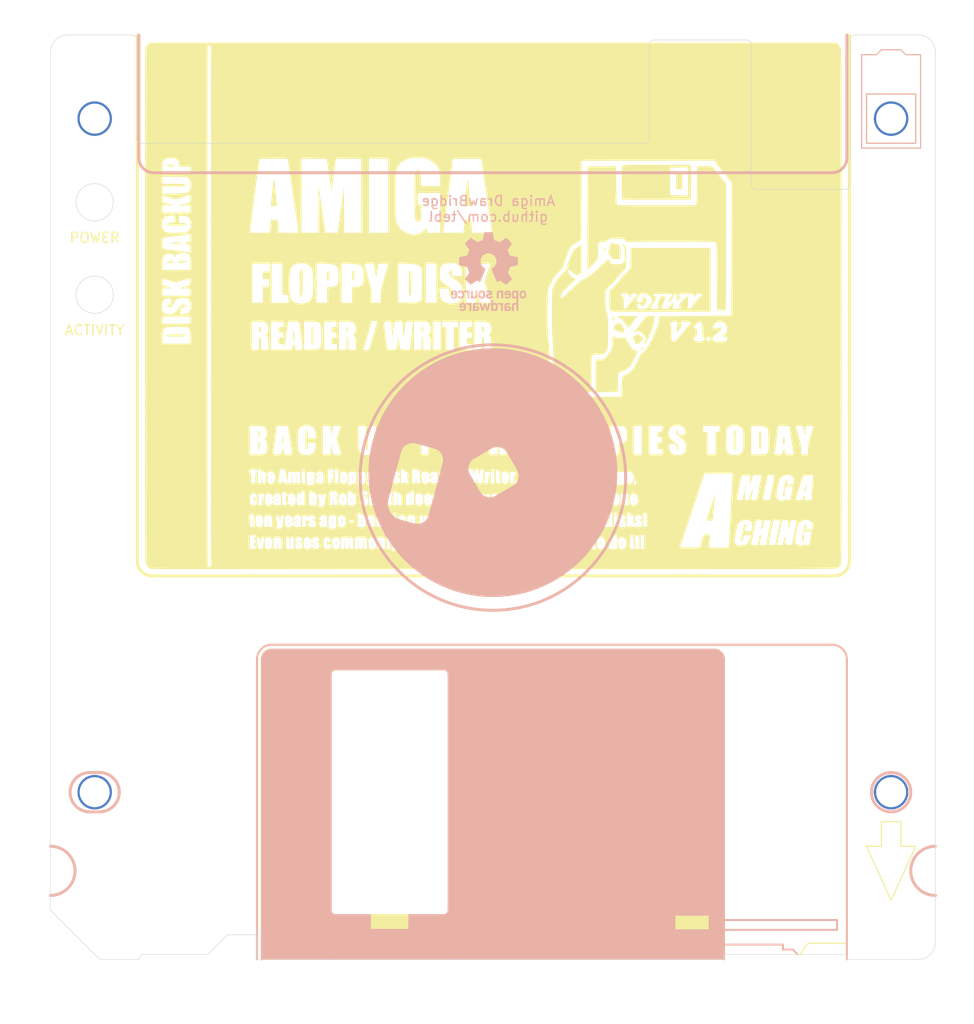
<source format=kicad_pcb>
(kicad_pcb (version 20171130) (host pcbnew "(5.1.8)-1")
  (layers (0 F.Cu signal) (31 B.Cu signal) (34 B.Paste user) (35 F.Paste user) (36 B.SilkS user) (37 F.SilkS user) (38 B.Mask user) (39 F.Mask user) (44 Edge.Cuts user))
  (net 0 "")
  (net 1 GND)
  (module artwork:magazine_label_cropped (layer F.Cu) (at 153.035 82.55)
    (fp_text reference G*** hide)
    (fp_text value LOGO hide)
  )
  (module Symbol:OSHW-Logo_7.5x8mm_SilkScreen (layer B.Cu) (at 152.562 79.048 180)
    (fp_text reference REF** hide)
    (fp_text value OSHW-Logo_7.5x8mm_SilkScreen hide)
  )
  (module mounting:M3_pin (layer F.Cu) (at 112.5 132)
    (fp_text reference M1 hide)
    (fp_text value Mounting hide)
    (pad 1 thru_hole circle (at 0 0) (size 3.5 3.5) (drill 3.048) (layers *.Cu *.Mask))
  )
  (module mounting:M3_pin (layer F.Cu) (at 193.5 132)
    (fp_text reference M2 hide)
    (fp_text value Mounting hide)
    (pad 1 thru_hole circle (at 0 0) (size 3.5 3.5) (drill 3.048) (layers *.Cu *.Mask))
  )
  (module mounting:M3_pin (layer F.Cu) (at 193.5 63.5)
    (fp_text reference M3 hide)
    (fp_text value Mounting hide)
    (pad 1 thru_hole circle (at 0 0) (size 3.5 3.5) (drill 3.048) (layers *.Cu *.Mask))
  )
  (module mounting:M3_pin (layer F.Cu) (at 112.5 63.5)
    (fp_text reference M4 hide)
    (fp_text value Mounting hide)
    (pad 1 thru_hole circle (at 0 0) (size 3.5 3.5) (drill 3.048) (layers *.Cu *.Mask))
  )
  (gr_text 1 (at 171.45 59.69) (layer F.SilkS) (effects (font (size 1 1))))
  (gr_line (start 170.265 60.2) (end 170.265 59.2) (layer F.SilkS) (width 0.12))
  (gr_line (start 169.365 59.7) (end 170.265 60.2) (layer F.SilkS) (width 0.12))
  (gr_line (start 169.365 59.7) (end 170.265 59.2) (layer F.SilkS) (width 0.12))
  (gr_line (start 188.8 70.7) (end 179.8 70.7) (layer Edge.Cuts) (width 0.05))
  (gr_line (start 189.3 55.5) (end 189.3 70.2) (layer Edge.Cuts) (width 0.05))
  (gr_arc (start 188.8 70.2) (end 188.8 70.7) (angle -90) (layer Edge.Cuts) (width 0.05))
  (gr_line (start 179.3 70.2) (end 179.3 56) (layer Edge.Cuts) (width 0.05))
  (gr_arc (start 179.8 70.2) (end 179.3 70.2) (angle -90) (layer Edge.Cuts) (width 0.05))
  (gr_arc (start 178.8 56) (end 179.3 56) (angle -90) (layer Edge.Cuts) (width 0.05))
  (gr_arc (start 169.4 56) (end 169.4 55.5) (angle -90) (layer Edge.Cuts) (width 0.05))
  (gr_line (start 168.9 56) (end 168.9 65.5) (layer Edge.Cuts) (width 0.05))
  (gr_line (start 178.8 55.5) (end 169.4 55.5) (layer Edge.Cuts) (width 0.05))
  (gr_arc (start 168.4 65.5) (end 168.4 66) (angle -90) (layer Edge.Cuts) (width 0.05))
  (gr_arc (start 117.3 65.5) (end 116.8 65.5) (angle -90) (layer Edge.Cuts) (width 0.05))
  (gr_line (start 117.3 66) (end 168.4 66) (layer Edge.Cuts) (width 0.05))
  (gr_circle (center 112.5 81.407) (end 114.4 81.407) (layer Edge.Cuts) (width 0.05))
  (gr_circle (center 112.5 72.009) (end 114.4 72.009) (layer Edge.Cuts) (width 0.05))
  (gr_arc (start 196.3 147.3) (end 196.3 149) (angle -90) (layer Edge.Cuts) (width 0.05))
  (gr_arc (start 196.3 56.7) (end 198 56.7) (angle -90) (layer Edge.Cuts) (width 0.05))
  (gr_text ACTIVITY (at 112.5 85.007) (layer F.SilkS) (effects (font (size 1 1))))
  (gr_text POWER (at 112.5 75.609) (layer F.SilkS) (effects (font (size 1 1))))
  (gr_text "Amiga DrawBridge\ngithub.com/tebl" (at 152.527 72.668) (layer B.SilkS) (effects (font (size 1 1)) (justify mirror)))
  (gr_line (start 116.84 88.265) (end 116.84 108.5) (layer F.SilkS) (width 0.3))
  (gr_line (start 196 61) (end 191 61) (layer F.SilkS) (width 0.12))
  (gr_line (start 191 61) (end 191 66) (layer B.SilkS) (width 0.12))
  (gr_line (start 196 61) (end 191 61) (layer B.SilkS) (width 0.12))
  (gr_line (start 196 66) (end 196 61) (layer B.SilkS) (width 0.12))
  (gr_line (start 191 66) (end 191 61) (layer F.SilkS) (width 0.12))
  (gr_line (start 191 66) (end 196 66) (layer B.SilkS) (width 0.12))
  (gr_line (start 196 61) (end 196 66) (layer F.SilkS) (width 0.12))
  (gr_line (start 196 66) (end 191 66) (layer F.SilkS) (width 0.12))
  (gr_poly (pts (xy 155.7 87.3) (xy 157.8 87.9) (xy 159.5 88.8) (xy 161.3 90.1) (xy 162.4 91.3) (xy 163.1 92.1) (xy 163.8 93.2) (xy 164.2 94) (xy 147.1 88.5) (xy 148.4 87.9) (xy 150.3 87.3) (xy 152 87) (xy 153.6 87)) (layer B.SilkS) (width 0.1))
  (gr_poly (pts (xy 150.5 98.7) (xy 150.4 99.1) (xy 150.5 99.4) (xy 150.615185 99.711237) (xy 150.8 100) (xy 147.6 100) (xy 147.953637 98.530233) (xy 148 98.2) (xy 150.8 98.2)) (layer B.SilkS) (width 0.1))
  (gr_poly (pts (xy 164.2 94) (xy 165.1 96.3) (xy 165.5 98.9) (xy 165.3 101.7) (xy 164.8 103.7) (xy 146.530132 103.842824) (xy 146.7 103.2) (xy 147.2 101.4) (xy 147.6 100) (xy 150.8 100) (xy 151.615185 101.443288) (xy 151.9 101.8) (xy 152.3 102) (xy 152.8 102.1) (xy 153.1 102) (xy 153.5 101.8) (xy 155.2 100.8) (xy 155.4 100.6) (xy 155.6 100.3) (xy 155.7 99.8) (xy 155.6 99.4) (xy 155.3 98.8) (xy 154.4 97.3) (xy 154.1 97) (xy 153.5 96.8) (xy 153 96.9) (xy 150.8 98.2) (xy 148 98.2) (xy 147.9 97.7) (xy 147.8 97.5) (xy 147.5 97.2) (xy 147.069753 96.999301) (xy 147.1 88.5)) (layer B.SilkS) (width 0.1))
  (gr_poly (pts (xy 143.2 98.9) (xy 142.312875 102.195177) (xy 142.2 102.7) (xy 142.5 103.6) (xy 142.8 103.9) (xy 143.2 104.2) (xy 143.8 104.4) (xy 144.9 104.7) (xy 145.3 104.8) (xy 145.8 104.7) (xy 146.1 104.5) (xy 146.4 104.2) (xy 146.530132 103.842824) (xy 164.8 103.7) (xy 163.8 105.7) (xy 162.6 107.5) (xy 161.4 108.7) (xy 160 109.9) (xy 158.5 110.7) (xy 157.4 111.2) (xy 155.7 111.7) (xy 154.4 111.9) (xy 152.8 112) (xy 151.2 111.9) (xy 149.7 111.6) (xy 148.1 111) (xy 146.7 110.3) (xy 145.1 109.2) (xy 143.7 107.9) (xy 142.7 106.6) (xy 141.8 105.1) (xy 141.2 103.6) (xy 140.7 102) (xy 140.5 100.6) (xy 140.5 98.9) (xy 140.7 97.4) (xy 143.6 97.4)) (layer B.SilkS) (width 0.1))
  (gr_poly (pts (xy 147.069753 96.999301) (xy 145.3 96.5) (xy 144.8 96.4) (xy 144.2 96.6) (xy 143.8 96.9) (xy 143.60697 97.365549) (xy 143.6 97.4) (xy 140.7 97.4) (xy 141.2 95.4) (xy 141.9 93.8) (xy 142.9 92.2) (xy 143.6 91.3) (xy 145.8 89.3) (xy 147.1 88.5)) (layer B.SilkS) (width 0.1))
  (gr_poly (pts (xy 176 117.6) (xy 176.4 118) (xy 176.5 118.5) (xy 176.5 144.5) (xy 171.5 144.5) (xy 171.5 146) (xy 148.5 146) (xy 148.5 120) (xy 148.7 117.5) (xy 175.5 117.5)) (layer B.SilkS) (width 0.1))
  (gr_poly (pts (xy 148.7 120) (xy 148.5 120) (xy 148.5 119.8) (xy 148.3 119.6) (xy 148 119.5) (xy 136.8 119.5) (xy 136.6 119.7) (xy 136.5 120) (xy 136.5 144.1) (xy 136.7 144.4) (xy 137 144.5) (xy 140.5 144.5) (xy 140.5 146) (xy 144.5 146) (xy 144.5 144.5) (xy 148.2 144.5) (xy 148.4 144.3) (xy 148.5 144) (xy 148.5 146) (xy 175 146) (xy 175 144.5) (xy 176.5 144.5) (xy 176.5 149) (xy 129.5 149) (xy 129.5 118.3) (xy 129.6 118.1) (xy 129.8 117.8) (xy 130.1 117.6) (xy 130.5 117.5) (xy 148.7 117.5)) (layer B.SilkS) (width 0.1))
  (gr_poly (pts (xy 175.9 117.6) (xy 176.2 117.8) (xy 176.4 118.1) (xy 176.5 118.5) (xy 176.5 149) (xy 171.5 149) (xy 171.5 148.5) (xy 168.5 148.5) (xy 168.5 149) (xy 149.5 149) (xy 149.5 117.5) (xy 175.5 117.5)) (layer F.SilkS) (width 0.1))
  (gr_poly (pts (xy 149.5 149) (xy 137 149) (xy 137 144.5) (xy 148 144.5) (xy 148.3 144.4) (xy 148.5 144.2) (xy 148.5 120) (xy 148.4 119.7) (xy 148.2 119.5) (xy 137 119.5) (xy 137 117.5) (xy 149.5 117.5)) (layer F.SilkS) (width 0.1))
  (gr_poly (pts (xy 136.6 144.3) (xy 136.8 144.5) (xy 137 144.5) (xy 137 149) (xy 136.5 149) (xy 136.5 144)) (layer F.SilkS) (width 0.1))
  (gr_poly (pts (xy 137 119.5) (xy 136.8 119.5) (xy 136.6 119.7) (xy 136.5 120) (xy 136.5 117.5) (xy 137 117.5)) (layer F.SilkS) (width 0.1))
  (gr_poly (pts (xy 136.5 119.4) (xy 136.5 120) (xy 136.5 149) (xy 129.5 149) (xy 129.5 118.5) (xy 129.6 118) (xy 130 117.6) (xy 130.5 117.5) (xy 136.5 117.5)) (layer F.SilkS) (width 0.1))
  (gr_line (start 194.5 135) (end 194.5 137.5) (layer F.SilkS) (width 0.12))
  (gr_line (start 192.5 135) (end 194.5 135) (layer F.SilkS) (width 0.12))
  (gr_line (start 192.5 137.5) (end 192.5 135) (layer F.SilkS) (width 0.12))
  (gr_line (start 191 137.5) (end 192.5 137.5) (layer F.SilkS) (width 0.12))
  (gr_line (start 193.5 143) (end 191 137.5) (layer F.SilkS) (width 0.12))
  (gr_line (start 196 137.5) (end 194.5 137.5) (layer F.SilkS) (width 0.12))
  (gr_line (start 193.5 143) (end 196 137.5) (layer F.SilkS) (width 0.12))
  (gr_line (start 143.60697 97.365548) (end 142.312875 102.195177) (layer B.SilkS) (width 0.12))
  (gr_line (start 143.550312 104.338481) (end 144.999201 104.726709) (layer B.SilkS) (width 0.12))
  (gr_arc (start 144.003245 102.64811) (end 142.312875 102.195177) (angle -90) (layer B.SilkS) (width 0.12))
  (gr_arc (start 145.322724 103.519301) (end 144.999201 104.726709) (angle -90) (layer B.SilkS) (width 0.12))
  (gr_line (start 147.069753 96.999302) (end 145.137901 96.481664) (layer B.SilkS) (width 0.12))
  (gr_line (start 146.530132 103.842825) (end 147.953637 98.530233) (layer B.SilkS) (width 0.12))
  (gr_arc (start 146.746229 98.206709) (end 147.953637 98.530233) (angle -90) (layer B.SilkS) (width 0.12))
  (gr_arc (start 144.814378 97.689072) (end 145.137901 96.481664) (angle -90) (layer B.SilkS) (width 0.12))
  (gr_arc (start 154.429767 99.818288) (end 155.054767 100.90082) (angle -90) (layer B.SilkS) (width 0.12))
  (gr_arc (start 152.697716 100.818288) (end 151.615185 101.443288) (angle -90) (layer B.SilkS) (width 0.12))
  (gr_arc (start 151.697716 99.086237) (end 151.072716 98.003705) (angle -90) (layer B.SilkS) (width 0.12))
  (gr_arc (start 153.429767 98.086237) (end 154.512299 97.461237) (angle -90) (layer B.SilkS) (width 0.12))
  (gr_line (start 152.804767 97.003705) (end 151.072716 98.003705) (layer B.SilkS) (width 0.12))
  (gr_line (start 155.512299 99.193288) (end 154.512299 97.461237) (layer B.SilkS) (width 0.12))
  (gr_line (start 153.322716 101.90082) (end 155.054767 100.90082) (layer B.SilkS) (width 0.12))
  (gr_line (start 150.615185 99.711237) (end 151.615185 101.443288) (layer B.SilkS) (width 0.12))
  (gr_circle (center 153 99.5) (end 165.5 99.5) (layer B.SilkS) (width 0.3))
  (gr_circle (center 153 100) (end 166.5 100) (layer B.SilkS) (width 0.3))
  (gr_line (start 194.5 56.5) (end 192.5 56.5) (layer B.SilkS) (width 0.12))
  (gr_line (start 192 57) (end 190.5 57) (layer B.SilkS) (width 0.12))
  (gr_line (start 192.5 56.5) (end 192 57) (layer B.SilkS) (width 0.12))
  (gr_line (start 195 57) (end 196.5 57) (layer B.SilkS) (width 0.12))
  (gr_line (start 194.5 56.5) (end 195 57) (layer B.SilkS) (width 0.12))
  (gr_line (start 196.5 66.5) (end 190.5 66.5) (layer B.SilkS) (width 0.12))
  (gr_line (start 196.5 57) (end 196.5 66.5) (layer B.SilkS) (width 0.12))
  (gr_line (start 190.5 66.5) (end 190.5 57) (layer B.SilkS) (width 0.12))
  (gr_line (start 183.5 148) (end 184 148.5) (layer B.SilkS) (width 0.2))
  (gr_line (start 182.5 148) (end 183.5 148) (layer B.SilkS) (width 0.2))
  (gr_line (start 182.5 147.5) (end 182.5 148) (layer B.SilkS) (width 0.2))
  (gr_line (start 176.5 147.5) (end 182.5 147.5) (layer B.SilkS) (width 0.2))
  (gr_line (start 113 134) (end 112 134) (layer B.SilkS) (width 0.3))
  (gr_line (start 113 130) (end 112 130) (layer B.SilkS) (width 0.3))
  (gr_arc (start 113 132) (end 113 134) (angle -180) (layer B.SilkS) (width 0.3))
  (gr_arc (start 112 132) (end 112 130) (angle -180) (layer B.SilkS) (width 0.3))
  (gr_circle (center 193.5 132) (end 195.5 132) (layer B.SilkS) (width 0.3))
  (gr_arc (start 108 140) (end 108 142.5) (angle -90) (layer B.SilkS) (width 0.3))
  (gr_arc (start 108 140) (end 110.5 140) (angle -90) (layer B.SilkS) (width 0.3))
  (gr_arc (start 198 140) (end 195.5 140) (angle -90) (layer B.SilkS) (width 0.3))
  (gr_arc (start 198 140) (end 198 137.5) (angle -90) (layer B.SilkS) (width 0.3))
  (gr_line (start 188 145) (end 176.5 145) (layer B.SilkS) (width 0.2))
  (gr_line (start 188 146) (end 188 145) (layer B.SilkS) (width 0.2))
  (gr_line (start 176.5 146) (end 188 146) (layer B.SilkS) (width 0.2))
  (gr_line (start 171.5 144.5) (end 175 144.5) (layer B.SilkS) (width 0.12))
  (gr_line (start 171.5 146) (end 171.5 144.5) (layer B.SilkS) (width 0.12))
  (gr_line (start 175 146) (end 171.5 146) (layer B.SilkS) (width 0.12))
  (gr_line (start 175 144.5) (end 175 146) (layer B.SilkS) (width 0.12))
  (gr_line (start 185 147.365) (end 184.2643 148.5011) (layer F.SilkS) (width 0.12))
  (gr_line (start 189 147.365) (end 185 147.365) (layer F.SilkS) (width 0.12))
  (gr_line (start 176.5 148.5) (end 185 148.5) (layer Edge.Cuts) (width 0.05))
  (gr_line (start 176.5 149) (end 176.5 148.5) (layer Edge.Cuts) (width 0.05))
  (gr_line (start 189 149) (end 196.3 149) (layer Edge.Cuts) (width 0.05))
  (gr_line (start 189 148.5) (end 185 148.5) (layer Edge.Cuts) (width 0.05))
  (gr_line (start 189 149) (end 189 148.5) (layer Edge.Cuts) (width 0.05))
  (gr_line (start 148 144.5) (end 144.5 144.5) (layer B.SilkS) (width 0.2))
  (gr_line (start 137 119.5) (end 148 119.5) (layer B.SilkS) (width 0.2))
  (gr_line (start 148.5 120) (end 148.5 144) (layer B.SilkS) (width 0.2))
  (gr_arc (start 148 120) (end 148.5 120) (angle -90) (layer B.SilkS) (width 0.2))
  (gr_line (start 136.5 120) (end 136.5 144) (layer B.SilkS) (width 0.2))
  (gr_arc (start 137 144) (end 136.5 144) (angle -90) (layer B.SilkS) (width 0.2))
  (gr_line (start 137 144.5) (end 140.5 144.5) (layer B.SilkS) (width 0.2))
  (gr_arc (start 137 120) (end 137 119.5) (angle -90) (layer B.SilkS) (width 0.2))
  (gr_arc (start 148 144) (end 148 144.5) (angle -90) (layer B.SilkS) (width 0.2))
  (gr_line (start 140.5 144.5) (end 144.5 144.5) (layer F.SilkS) (width 0.2))
  (gr_line (start 148 144.5) (end 144.5 144.5) (layer F.SilkS) (width 0.2))
  (gr_line (start 140.5 144.5) (end 140.5 146) (layer B.SilkS) (width 0.2))
  (gr_line (start 144.5 144.5) (end 144.5 146) (layer B.SilkS) (width 0.2))
  (gr_line (start 140.5 146) (end 144.5 146) (layer B.SilkS) (width 0.2))
  (gr_arc (start 137 144) (end 136.5 144) (angle -90) (layer F.SilkS) (width 0.2))
  (gr_arc (start 148 144) (end 148 144.5) (angle -90) (layer F.SilkS) (width 0.2))
  (gr_arc (start 148 120) (end 148.5 120) (angle -90) (layer F.SilkS) (width 0.2))
  (gr_arc (start 137 120) (end 137 119.5) (angle -90) (layer F.SilkS) (width 0.2))
  (gr_line (start 137 119.5) (end 148 119.5) (layer F.SilkS) (width 0.2))
  (gr_line (start 137 144.5) (end 140.5 144.5) (layer F.SilkS) (width 0.2))
  (gr_line (start 148.5 120) (end 148.5 144) (layer F.SilkS) (width 0.2))
  (gr_line (start 136.5 120) (end 136.5 144) (layer F.SilkS) (width 0.2))
  (gr_arc (start 130.5 118.5) (end 130.5 117.5) (angle -90) (layer B.SilkS) (width 0.2))
  (gr_arc (start 175.5 118.5) (end 176.5 118.5) (angle -90) (layer B.SilkS) (width 0.2))
  (gr_line (start 129.5 118.5) (end 129.5 149) (layer B.SilkS) (width 0.2))
  (gr_line (start 176.5 118.5) (end 176.5 149) (layer B.SilkS) (width 0.2))
  (gr_line (start 130.5 117.5) (end 175.5 117.5) (layer B.SilkS) (width 0.2))
  (gr_line (start 130.5 117) (end 187.5 117) (layer B.SilkS) (width 0.2))
  (gr_line (start 129 118.5) (end 129 149) (layer B.SilkS) (width 0.2))
  (gr_arc (start 187.5 118.5) (end 189 118.5) (angle -90) (layer B.SilkS) (width 0.2))
  (gr_line (start 189 118.5) (end 189 149) (layer B.SilkS) (width 0.2))
  (gr_arc (start 130.5 118.5) (end 130.5 117) (angle -90) (layer B.SilkS) (width 0.2))
  (gr_line (start 171.5 148.5) (end 168.5 148.5) (layer F.SilkS) (width 0.1))
  (gr_line (start 168.5 148.5) (end 168.5 149) (layer F.SilkS) (width 0.1))
  (gr_line (start 171.5 148.5) (end 171.5 149) (layer F.SilkS) (width 0.1))
  (gr_line (start 176.5 118.5) (end 176.5 149) (layer F.SilkS) (width 0.2))
  (gr_line (start 130.5 117.5) (end 175.5 117.5) (layer F.SilkS) (width 0.2))
  (gr_arc (start 175.5 118.5) (end 176.5 118.5) (angle -90) (layer F.SilkS) (width 0.2))
  (gr_line (start 129.5 118.5) (end 129.5 149) (layer F.SilkS) (width 0.2))
  (gr_arc (start 130.5 118.5) (end 130.5 117.5) (angle -90) (layer F.SilkS) (width 0.2))
  (gr_line (start 189 55) (end 189 67.5) (layer B.SilkS) (width 0.3))
  (gr_line (start 117 55) (end 117 67.5) (layer B.SilkS) (width 0.3))
  (gr_arc (start 118.5 67.5) (end 117 67.5) (angle -90) (layer B.SilkS) (width 0.3))
  (gr_arc (start 187.5 67.5) (end 187.5 69) (angle -90) (layer B.SilkS) (width 0.3))
  (gr_line (start 187.5 69) (end 118.5 69) (layer B.SilkS) (width 0.3))
  (gr_line (start 130.5 117) (end 187.5 117) (layer F.SilkS) (width 0.2))
  (gr_arc (start 130.5 118.5) (end 130.5 117) (angle -90) (layer F.SilkS) (width 0.2))
  (gr_line (start 129 118.5) (end 129 149) (layer F.SilkS) (width 0.2))
  (gr_arc (start 187.5 118.5) (end 189 118.5) (angle -90) (layer F.SilkS) (width 0.2))
  (gr_line (start 189 118.5) (end 189 149) (layer F.SilkS) (width 0.2))
  (gr_arc (start 187.754 108.5) (end 187.754 110) (angle -90) (layer F.SilkS) (width 0.3))
  (gr_arc (start 118.34 108.5) (end 116.84 108.5) (angle -90) (layer F.SilkS) (width 0.3))
  (gr_line (start 187.754 110) (end 118.364 110) (layer F.SilkS) (width 0.3))
  (gr_line (start 189.254 55) (end 189.254 108.5) (layer F.SilkS) (width 0.3))
  (gr_line (start 116.84 55) (end 116.84 88.265) (layer F.SilkS) (width 0.3))
  (gr_line (start 117 149) (end 113 149) (layer Edge.Cuts) (width 0.05))
  (gr_line (start 129 146.5) (end 129 149) (layer Edge.Cuts) (width 0.05))
  (gr_arc (start 117.5 149) (end 117.5 148.5) (angle -90) (layer Edge.Cuts) (width 0.05))
  (gr_line (start 126 146.5) (end 129 146.5) (layer Edge.Cuts) (width 0.05))
  (gr_line (start 124 148.5) (end 126 146.5) (layer Edge.Cuts) (width 0.05))
  (gr_line (start 117.5 148.5) (end 124 148.5) (layer Edge.Cuts) (width 0.05))
  (gr_line (start 113 149) (end 108 144) (layer Edge.Cuts) (width 0.05))
  (gr_arc (start 189.8 55.5) (end 189.8 55) (angle -90) (layer Edge.Cuts) (width 0.05))
  (gr_arc (start 116.3 55.5) (end 116.8 55.5) (angle -90) (layer Edge.Cuts) (width 0.05))
  (gr_line (start 109.7 55) (end 116.3 55) (layer Edge.Cuts) (width 0.05))
  (gr_line (start 116.8 55.5) (end 116.8 65.5) (layer Edge.Cuts) (width 0.05))
  (gr_arc (start 109.7 56.7) (end 109.7 55) (angle -90) (layer Edge.Cuts) (width 0.05))
  (gr_line (start 108 144) (end 108 56.7) (layer Edge.Cuts) (width 0.05))
  (gr_line (start 176.5 149) (end 129 149) (layer Edge.Cuts) (width 0.05))
  (gr_line (start 198 56.7) (end 198 147.3) (layer Edge.Cuts) (width 0.05))
  (gr_line (start 189.8 55) (end 196.3 55) (layer Edge.Cuts) (width 0.05))
)
</source>
